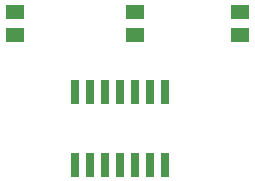
<source format=gbr>
G04 EAGLE Gerber RS-274X export*
G75*
%MOMM*%
%FSLAX34Y34*%
%LPD*%
%INSolderpaste Top*%
%IPPOS*%
%AMOC8*
5,1,8,0,0,1.08239X$1,22.5*%
G01*
%ADD10R,0.660400X2.032000*%
%ADD11R,1.500000X1.300000*%


D10*
X88900Y45466D03*
X88900Y106934D03*
X101600Y45466D03*
X114300Y45466D03*
X101600Y106934D03*
X114300Y106934D03*
X127000Y45466D03*
X127000Y106934D03*
X139700Y45466D03*
X152400Y45466D03*
X139700Y106934D03*
X152400Y106934D03*
X165100Y45466D03*
X165100Y106934D03*
D11*
X139700Y155600D03*
X139700Y174600D03*
X38100Y174600D03*
X38100Y155600D03*
X228600Y155600D03*
X228600Y174600D03*
M02*

</source>
